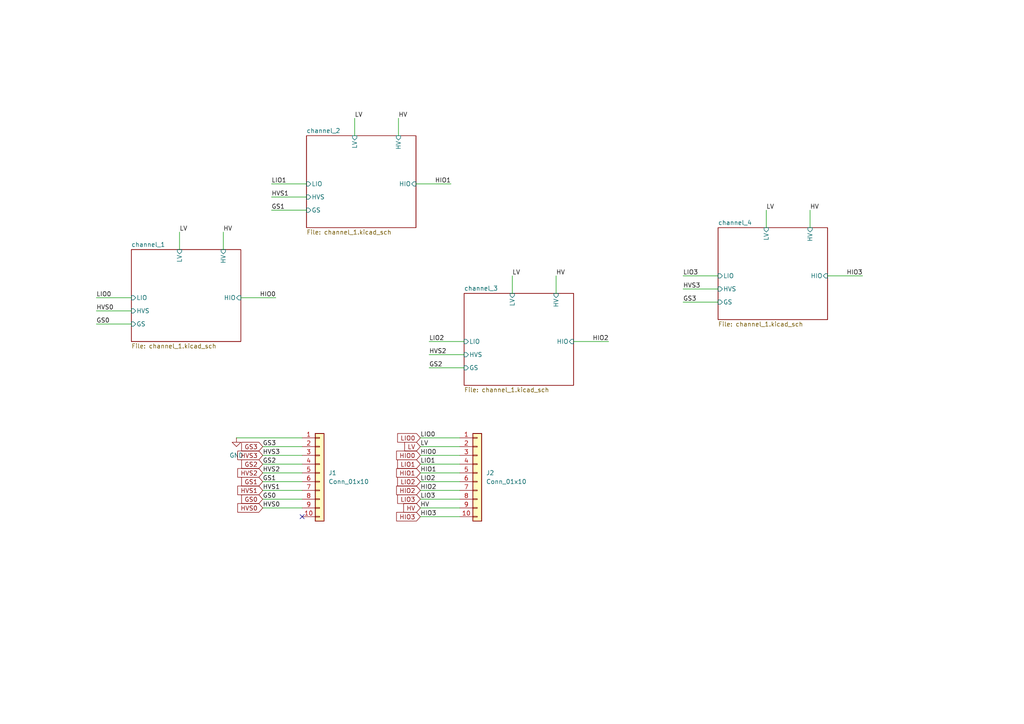
<source format=kicad_sch>
(kicad_sch (version 20231120) (generator "eeschema") (generator_version "8.0")
  (paper "A4")
  (lib_symbols
    (symbol "Connector_Generic:Conn_01x10" (pin_names (offset 1.016) hide)
      (property "Reference" "J" (at 0 12.7 0))
      (property "Value" "Conn_01x10" (at 0 -15.24 0))
      (symbol "Conn_01x10_1_1"
        (rectangle (start -1.27 -12.573) (end 0 -12.827) (stroke (width 0.1524)))
        (rectangle (start -1.27 -10.033) (end 0 -10.287) (stroke (width 0.1524)))
        (rectangle (start -1.27 -7.493) (end 0 -7.747) (stroke (width 0.1524)))
        (rectangle (start -1.27 -4.953) (end 0 -5.207) (stroke (width 0.1524)))
        (rectangle (start -1.27 -2.413) (end 0 -2.667) (stroke (width 0.1524)))
        (rectangle (start -1.27 0.127) (end 0 -0.127) (stroke (width 0.1524)))
        (rectangle (start -1.27 2.667) (end 0 2.413) (stroke (width 0.1524)))
        (rectangle (start -1.27 5.207) (end 0 4.953) (stroke (width 0.1524)))
        (rectangle (start -1.27 7.747) (end 0 7.493) (stroke (width 0.1524)))
        (rectangle (start -1.27 10.287) (end 0 10.033) (stroke (width 0.1524)))
        (rectangle (start -1.27 11.43) (end 1.27 -13.97) (stroke (width 0.254)) (fill (type background)))
        (pin passive line (at -5.08 10.16 0) (length 3.81) (name "Pin_1") (number "1"))
        (pin passive line (at -5.08 -12.7 0) (length 3.81) (name "Pin_10") (number "10"))
        (pin passive line (at -5.08 7.62 0) (length 3.81) (name "Pin_2") (number "2"))
        (pin passive line (at -5.08 5.08 0) (length 3.81) (name "Pin_3") (number "3"))
        (pin passive line (at -5.08 2.54 0) (length 3.81) (name "Pin_4") (number "4"))
        (pin passive line (at -5.08 0 0) (length 3.81) (name "Pin_5") (number "5"))
        (pin passive line (at -5.08 -2.54 0) (length 3.81) (name "Pin_6") (number "6"))
        (pin passive line (at -5.08 -5.08 0) (length 3.81) (name "Pin_7") (number "7"))
        (pin passive line (at -5.08 -7.62 0) (length 3.81) (name "Pin_8") (number "8"))
        (pin passive line (at -5.08 -10.16 0) (length 3.81) (name "Pin_9") (number "9"))
      )
    )
    (symbol "power:GND" (power) (pin_numbers hide) (pin_names (offset 0) hide)
      (property "Value" "GND" (at 0 -3.81 0))
      (symbol "GND_0_1"
        (polyline (pts (xy 0 0) (xy 0 -1.27) (xy 1.27 -1.27) (xy 0 -2.54) (xy -1.27 -1.27) (xy 0 -1.27)))
      )
      (symbol "GND_1_1"
        (pin power_in line (at 0 0 270) (length 0) (name "~") (number "1"))
      )
    )
  )
  (no_connect (at 87.63 149.86))
  (wire (pts (xy 102.87 34.29) (xy 102.87 39.37)))
  (wire (pts (xy 115.57 34.29) (xy 115.57 39.37)))
  (wire (pts (xy 234.95 60.96) (xy 234.95 66.04)))
  (wire (pts (xy 148.59 80.01) (xy 148.59 85.09)))
  (wire (pts (xy 68.58 127) (xy 87.63 127)))
  (wire (pts (xy 78.74 57.15) (xy 88.9 57.15)))
  (wire (pts (xy 64.77 67.31) (xy 64.77 72.39)))
  (wire (pts (xy 27.94 90.17) (xy 38.1 90.17)))
  (wire (pts (xy 121.92 134.62) (xy 133.35 134.62)))
  (wire (pts (xy 121.92 142.24) (xy 133.35 142.24)))
  (wire (pts (xy 69.85 86.36) (xy 80.01 86.36)))
  (wire (pts (xy 76.2 142.24) (xy 87.63 142.24)))
  (wire (pts (xy 120.65 53.34) (xy 130.81 53.34)))
  (wire (pts (xy 76.2 134.62) (xy 87.63 134.62)))
  (wire (pts (xy 198.12 83.82) (xy 208.28 83.82)))
  (wire (pts (xy 121.92 129.54) (xy 133.35 129.54)))
  (wire (pts (xy 121.92 132.08) (xy 133.35 132.08)))
  (wire (pts (xy 76.2 139.7) (xy 87.63 139.7)))
  (wire (pts (xy 76.2 144.78) (xy 87.63 144.78)))
  (wire (pts (xy 240.03 80.01) (xy 250.19 80.01)))
  (wire (pts (xy 76.2 137.16) (xy 87.63 137.16)))
  (wire (pts (xy 76.2 147.32) (xy 87.63 147.32)))
  (wire (pts (xy 121.92 149.86) (xy 133.35 149.86)))
  (wire (pts (xy 222.25 60.96) (xy 222.25 66.04)))
  (wire (pts (xy 121.92 127) (xy 133.35 127)))
  (wire (pts (xy 124.46 99.06) (xy 134.62 99.06)))
  (wire (pts (xy 78.74 60.96) (xy 88.9 60.96)))
  (wire (pts (xy 76.2 132.08) (xy 87.63 132.08)))
  (wire (pts (xy 198.12 87.63) (xy 208.28 87.63)))
  (wire (pts (xy 121.92 147.32) (xy 133.35 147.32)))
  (wire (pts (xy 121.92 137.16) (xy 133.35 137.16)))
  (wire (pts (xy 52.07 67.31) (xy 52.07 72.39)))
  (wire (pts (xy 124.46 106.68) (xy 134.62 106.68)))
  (wire (pts (xy 124.46 102.87) (xy 134.62 102.87)))
  (wire (pts (xy 78.74 53.34) (xy 88.9 53.34)))
  (wire (pts (xy 121.92 144.78) (xy 133.35 144.78)))
  (wire (pts (xy 166.37 99.06) (xy 176.53 99.06)))
  (wire (pts (xy 121.92 139.7) (xy 133.35 139.7)))
  (wire (pts (xy 76.2 129.54) (xy 87.63 129.54)))
  (wire (pts (xy 27.94 86.36) (xy 38.1 86.36)))
  (wire (pts (xy 27.94 93.98) (xy 38.1 93.98)))
  (wire (pts (xy 161.29 80.01) (xy 161.29 85.09)))
  (wire (pts (xy 198.12 80.01) (xy 208.28 80.01)))
  (label "HIO0" (at 80.01 86.36 180))
  (label "HVS1" (at 76.2 142.24 0))
  (label "GS1" (at 78.74 60.96 0))
  (label "HVS1" (at 78.74 57.15 0))
  (label "GS2" (at 124.46 106.68 0))
  (label "HVS2" (at 76.2 137.16 0))
  (label "HV" (at 64.77 67.31 0))
  (label "GS3" (at 76.2 129.54 0))
  (label "GS0" (at 76.2 144.78 0))
  (label "HIO1" (at 130.81 53.34 180))
  (label "HIO2" (at 176.53 99.06 180))
  (label "LIO2" (at 124.46 99.06 0))
  (label "HVS0" (at 27.94 90.17 0))
  (label "HVS0" (at 76.2 147.32 0))
  (label "LV" (at 52.07 67.31 0))
  (label "HVS3" (at 76.2 132.08 0))
  (label "LV" (at 148.59 80.01 0))
  (label "GS0" (at 27.94 93.98 0))
  (label "GS1" (at 76.2 139.7 0))
  (label "LV" (at 121.92 129.54 0))
  (label "LIO2" (at 121.92 139.7 0))
  (label "LIO1" (at 78.74 53.34 0))
  (label "HIO2" (at 121.92 142.24 0))
  (label "LV" (at 222.25 60.96 0))
  (label "HV" (at 121.92 147.32 0))
  (label "HV" (at 161.29 80.01 0))
  (label "HVS3" (at 198.12 83.82 0))
  (label "HIO3" (at 121.92 149.86 0))
  (label "HIO0" (at 121.92 132.08 0))
  (label "HIO3" (at 250.19 80.01 180))
  (label "LIO0" (at 27.94 86.36 0))
  (label "LIO1" (at 121.92 134.62 0))
  (label "LIO3" (at 121.92 144.78 0))
  (label "LIO0" (at 121.92 127 0))
  (label "HV" (at 234.95 60.96 0))
  (label "GS2" (at 76.2 134.62 0))
  (label "HVS2" (at 124.46 102.87 0))
  (label "HV" (at 115.57 34.29 0))
  (label "HIO1" (at 121.92 137.16 0))
  (label "LV" (at 102.87 34.29 0))
  (label "GS3" (at 198.12 87.63 0))
  (label "LIO3" (at 198.12 80.01 0))
  (global_label "GS3" (shape input) (at 76.2 129.54 180) (property "Intersheetrefs" "${INTERSHEET_REFS}" (effects (hide yes))))
  (global_label "HVS0" (shape input) (at 76.2 147.32 180) (property "Intersheetrefs" "${INTERSHEET_REFS}" (effects (hide yes))))
  (global_label "HIO3" (shape input) (at 121.92 149.86 180) (property "Intersheetrefs" "${INTERSHEET_REFS}" (effects (hide yes))))
  (global_label "HIO1" (shape input) (at 121.92 137.16 180) (property "Intersheetrefs" "${INTERSHEET_REFS}" (effects (hide yes))))
  (global_label "HVS3" (shape input) (at 76.2 132.08 180) (property "Intersheetrefs" "${INTERSHEET_REFS}" (effects (hide yes))))
  (global_label "LIO1" (shape input) (at 121.92 134.62 180) (property "Intersheetrefs" "${INTERSHEET_REFS}" (effects (hide yes))))
  (global_label "GS1" (shape input) (at 76.2 139.7 180) (property "Intersheetrefs" "${INTERSHEET_REFS}" (effects (hide yes))))
  (global_label "HV" (shape input) (at 121.92 147.32 180) (property "Intersheetrefs" "${INTERSHEET_REFS}" (effects (hide yes))))
  (global_label "HVS1" (shape input) (at 76.2 142.24 180) (property "Intersheetrefs" "${INTERSHEET_REFS}" (effects (hide yes))))
  (global_label "LIO2" (shape input) (at 121.92 139.7 180) (property "Intersheetrefs" "${INTERSHEET_REFS}" (effects (hide yes))))
  (global_label "GS0" (shape input) (at 76.2 144.78 180) (property "Intersheetrefs" "${INTERSHEET_REFS}" (effects (hide yes))))
  (global_label "HIO2" (shape input) (at 121.92 142.24 180) (property "Intersheetrefs" "${INTERSHEET_REFS}" (effects (hide yes))))
  (global_label "LV" (shape input) (at 121.92 129.54 180) (property "Intersheetrefs" "${INTERSHEET_REFS}" (effects (hide yes))))
  (global_label "HIO0" (shape input) (at 121.92 132.08 180) (property "Intersheetrefs" "${INTERSHEET_REFS}" (effects (hide yes))))
  (global_label "GS2" (shape input) (at 76.2 134.62 180) (property "Intersheetrefs" "${INTERSHEET_REFS}" (effects (hide yes))))
  (global_label "LIO3" (shape input) (at 121.92 144.78 180) (property "Intersheetrefs" "${INTERSHEET_REFS}" (effects (hide yes))))
  (global_label "LIO0" (shape input) (at 121.92 127 180) (property "Intersheetrefs" "${INTERSHEET_REFS}" (effects (hide yes))))
  (global_label "HVS2" (shape input) (at 76.2 137.16 180) (property "Intersheetrefs" "${INTERSHEET_REFS}" (effects (hide yes))))
  (symbol (lib_id "power:GND") (at 68.58 127 0) (unit 1)
    (property "Reference" "#PWR05" (effects (hide yes)))
    (property "Value" "GND" (at 68.58 132.08 0))
    (property "Description" "Power symbol creates a global label with name \"GND\" , ground" (effects (hide yes)))
  )
  (symbol (lib_id "Connector_Generic:Conn_01x10") (at 138.43 137.16 0) (unit 1)
    (property "Reference" "J2" (at 140.97 137.1599 0) (effects (justify left)))
    (property "Value" "Conn_01x10" (at 140.97 139.6999 0) (effects (justify left)))
    (property "Footprint" "Connector_PinHeader_2.54mm:PinHeader_1x10_P2.54mm_Vertical" (effects (hide yes)))
    (property "Description" "Generic connector, single row, 01x10, script generated (kicad-library-utils/schlib/autogen/connector/)" (effects (hide yes)))
  )
  (symbol (lib_id "Connector_Generic:Conn_01x10") (at 92.71 137.16 0) (unit 1)
    (property "Reference" "J1" (at 95.25 137.1599 0) (effects (justify left)))
    (property "Value" "Conn_01x10" (at 95.25 139.6999 0) (effects (justify left)))
    (property "Footprint" "Connector_PinHeader_2.54mm:PinHeader_1x10_P2.54mm_Vertical" (effects (hide yes)))
    (property "Description" "Generic connector, single row, 01x10, script generated (kicad-library-utils/schlib/autogen/connector/)" (effects (hide yes)))
  )
  (sheet (at 208.28 66.04) (size 31.75 26.67) (stroke (width 0.1524))
    (property "Sheetname" "channel_4" (at 208.28 65.3284 0) (effects (justify left bottom)))
    (property "Sheetfile" "channel_1.kicad_sch" (at 208.28 93.2946 0) (effects (justify left top)))
    (pin "LIO" input (at 208.28 80.01 180))
    (pin "LV" input (at 222.25 66.04 90))
    (pin "HVS" input (at 208.28 83.82 180))
    (pin "GS" input (at 208.28 87.63 180))
    (pin "HIO" input (at 240.03 80.01 0))
    (pin "HV" input (at 234.95 66.04 90))
  )
  (sheet (at 38.1 72.39) (size 31.75 26.67) (stroke (width 0.1524))
    (property "Sheetname" "channel_1" (at 38.1 71.6784 0) (effects (justify left bottom)))
    (property "Sheetfile" "channel_1.kicad_sch" (at 38.1 99.6446 0) (effects (justify left top)))
    (pin "LIO" input (at 38.1 86.36 180))
    (pin "LV" input (at 52.07 72.39 90))
    (pin "HVS" input (at 38.1 90.17 180))
    (pin "GS" input (at 38.1 93.98 180))
    (pin "HIO" input (at 69.85 86.36 0))
    (pin "HV" input (at 64.77 72.39 90))
  )
  (sheet (at 134.62 85.09) (size 31.75 26.67) (stroke (width 0.1524))
    (property "Sheetname" "channel_3" (at 134.62 84.3784 0) (effects (justify left bottom)))
    (property "Sheetfile" "channel_1.kicad_sch" (at 134.62 112.3446 0) (effects (justify left top)))
    (pin "LIO" input (at 134.62 99.06 180))
    (pin "LV" input (at 148.59 85.09 90))
    (pin "HVS" input (at 134.62 102.87 180))
    (pin "GS" input (at 134.62 106.68 180))
    (pin "HIO" input (at 166.37 99.06 0))
    (pin "HV" input (at 161.29 85.09 90))
  )
  (sheet (at 88.9 39.37) (size 31.75 26.67) (stroke (width 0.1524))
    (property "Sheetname" "channel_2" (at 88.9 38.6584 0) (effects (justify left bottom)))
    (property "Sheetfile" "channel_1.kicad_sch" (at 88.9 66.6246 0) (effects (justify left top)))
    (pin "LIO" input (at 88.9 53.34 180))
    (pin "LV" input (at 102.87 39.37 90))
    (pin "HVS" input (at 88.9 57.15 180))
    (pin "GS" input (at 88.9 60.96 180))
    (pin "HIO" input (at 120.65 53.34 0))
    (pin "HV" input (at 115.57 39.37 90))
  )
)
</source>
